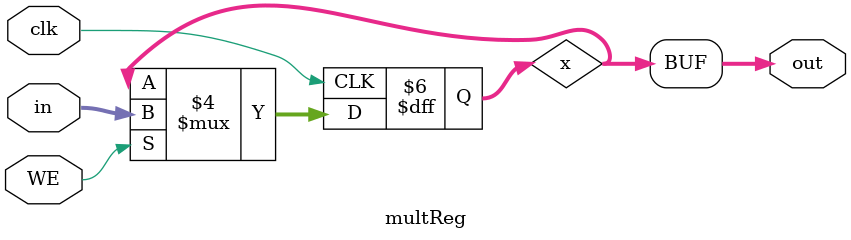
<source format=v>
`timescale 1ns/1ps

module mult( input [31:0] RD1, input [31:0] RD2, output [63:0] res);
		assign res = RD1*RD2;
endmodule


//Module for regHi and regLo
module multReg(input [31:0] in, input WE, output [31:0] out, input clk);
	reg [31:0] x;
	assign out = x;
	
	initial
		x = 32'b0;
	always @ (posedge clk)
		if(WE)
			x = in;
		else
			x = x;
endmodule


</source>
